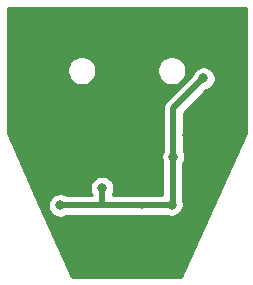
<source format=gbr>
G04 #@! TF.GenerationSoftware,KiCad,Pcbnew,5.1.5+dfsg1-2build2*
G04 #@! TF.CreationDate,2021-02-10T08:24:25+02:00*
G04 #@! TF.ProjectId,MOD-BME280_RevB,4d4f442d-424d-4453-9238-305f52657642,rev?*
G04 #@! TF.SameCoordinates,Original*
G04 #@! TF.FileFunction,Copper,L2,Bot*
G04 #@! TF.FilePolarity,Positive*
%FSLAX46Y46*%
G04 Gerber Fmt 4.6, Leading zero omitted, Abs format (unit mm)*
G04 Created by KiCad (PCBNEW 5.1.5+dfsg1-2build2) date 2021-02-10 08:24:25*
%MOMM*%
%LPD*%
G04 APERTURE LIST*
%ADD10C,0.800000*%
%ADD11C,0.508000*%
%ADD12C,0.254000*%
G04 APERTURE END LIST*
D10*
X103327200Y-82588100D03*
X109364353Y-79925753D03*
X99783900Y-84048600D03*
X111911088Y-73302310D03*
X109207300Y-83992700D03*
X111836200Y-81788000D03*
X110490000Y-78092300D03*
D11*
X106743500Y-84048600D02*
X106695307Y-84096793D01*
X103339900Y-82600800D02*
X103339900Y-84048600D01*
X109296200Y-79857600D02*
X109296200Y-83870800D01*
X109296200Y-79857600D02*
X109364353Y-79925753D01*
X106743500Y-84048600D02*
X103339900Y-84048600D01*
X103339900Y-84048600D02*
X100349585Y-84048600D01*
X109118400Y-84048600D02*
X106743500Y-84048600D01*
X109296200Y-83870800D02*
X109118400Y-84048600D01*
X100349585Y-84048600D02*
X99783900Y-84048600D01*
X109364353Y-75849045D02*
X111911088Y-73302310D01*
X109364353Y-79925753D02*
X109364353Y-75849045D01*
X110490000Y-78092300D02*
X110490000Y-80441800D01*
X110490000Y-80441800D02*
X111836200Y-81788000D01*
D12*
G36*
X115495001Y-77952606D02*
G01*
X110030925Y-90095000D01*
X100789076Y-90095000D01*
X98022323Y-83946661D01*
X98748900Y-83946661D01*
X98748900Y-84150539D01*
X98788674Y-84350498D01*
X98866695Y-84538856D01*
X98979963Y-84708374D01*
X99124126Y-84852537D01*
X99293644Y-84965805D01*
X99482002Y-85043826D01*
X99681961Y-85083600D01*
X99885839Y-85083600D01*
X100085798Y-85043826D01*
X100274156Y-84965805D01*
X100316368Y-84937600D01*
X103296233Y-84937600D01*
X103339900Y-84941901D01*
X103383567Y-84937600D01*
X106404568Y-84937600D01*
X106521033Y-84972929D01*
X106695307Y-84990093D01*
X106869581Y-84972929D01*
X106986046Y-84937600D01*
X108783905Y-84937600D01*
X108905402Y-84987926D01*
X109105361Y-85027700D01*
X109309239Y-85027700D01*
X109509198Y-84987926D01*
X109697556Y-84909905D01*
X109867074Y-84796637D01*
X110011237Y-84652474D01*
X110124505Y-84482956D01*
X110202526Y-84294598D01*
X110242300Y-84094639D01*
X110242300Y-83890761D01*
X110202526Y-83690802D01*
X110185200Y-83648974D01*
X110185200Y-80560219D01*
X110281558Y-80416009D01*
X110359579Y-80227651D01*
X110399353Y-80027692D01*
X110399353Y-79823814D01*
X110359579Y-79623855D01*
X110281558Y-79435497D01*
X110253353Y-79393285D01*
X110253353Y-76217280D01*
X112163194Y-74307440D01*
X112212986Y-74297536D01*
X112401344Y-74219515D01*
X112570862Y-74106247D01*
X112715025Y-73962084D01*
X112828293Y-73792566D01*
X112906314Y-73604208D01*
X112946088Y-73404249D01*
X112946088Y-73200371D01*
X112906314Y-73000412D01*
X112828293Y-72812054D01*
X112715025Y-72642536D01*
X112570862Y-72498373D01*
X112401344Y-72385105D01*
X112212986Y-72307084D01*
X112013027Y-72267310D01*
X111809149Y-72267310D01*
X111609190Y-72307084D01*
X111420832Y-72385105D01*
X111251314Y-72498373D01*
X111107151Y-72642536D01*
X110993883Y-72812054D01*
X110915862Y-73000412D01*
X110905958Y-73050204D01*
X108766612Y-75189551D01*
X108732695Y-75217386D01*
X108704860Y-75251303D01*
X108704858Y-75251305D01*
X108621601Y-75352754D01*
X108539051Y-75507193D01*
X108488217Y-75674771D01*
X108471053Y-75849045D01*
X108475354Y-75892715D01*
X108475353Y-79393285D01*
X108447148Y-79435497D01*
X108369127Y-79623855D01*
X108329353Y-79823814D01*
X108329353Y-80027692D01*
X108369127Y-80227651D01*
X108407200Y-80319567D01*
X108407201Y-83159600D01*
X106787159Y-83159600D01*
X106743499Y-83155300D01*
X106699839Y-83159600D01*
X104228900Y-83159600D01*
X104228900Y-83101561D01*
X104244405Y-83078356D01*
X104322426Y-82889998D01*
X104362200Y-82690039D01*
X104362200Y-82486161D01*
X104322426Y-82286202D01*
X104244405Y-82097844D01*
X104131137Y-81928326D01*
X103986974Y-81784163D01*
X103817456Y-81670895D01*
X103629098Y-81592874D01*
X103429139Y-81553100D01*
X103225261Y-81553100D01*
X103025302Y-81592874D01*
X102836944Y-81670895D01*
X102667426Y-81784163D01*
X102523263Y-81928326D01*
X102409995Y-82097844D01*
X102331974Y-82286202D01*
X102292200Y-82486161D01*
X102292200Y-82690039D01*
X102331974Y-82889998D01*
X102409995Y-83078356D01*
X102450900Y-83139575D01*
X102450900Y-83159600D01*
X100316368Y-83159600D01*
X100274156Y-83131395D01*
X100085798Y-83053374D01*
X99885839Y-83013600D01*
X99681961Y-83013600D01*
X99482002Y-83053374D01*
X99293644Y-83131395D01*
X99124126Y-83244663D01*
X98979963Y-83388826D01*
X98866695Y-83558344D01*
X98788674Y-83746702D01*
X98748900Y-83946661D01*
X98022323Y-83946661D01*
X95325000Y-77952612D01*
X95325000Y-72521585D01*
X100365000Y-72521585D01*
X100365000Y-72764859D01*
X100412460Y-73003458D01*
X100505557Y-73228214D01*
X100640713Y-73430489D01*
X100812733Y-73602509D01*
X101015008Y-73737665D01*
X101239764Y-73830762D01*
X101478363Y-73878222D01*
X101721637Y-73878222D01*
X101960236Y-73830762D01*
X102184992Y-73737665D01*
X102387267Y-73602509D01*
X102559287Y-73430489D01*
X102694443Y-73228214D01*
X102787540Y-73003458D01*
X102835000Y-72764859D01*
X102835000Y-72521585D01*
X107985000Y-72521585D01*
X107985000Y-72764859D01*
X108032460Y-73003458D01*
X108125557Y-73228214D01*
X108260713Y-73430489D01*
X108432733Y-73602509D01*
X108635008Y-73737665D01*
X108859764Y-73830762D01*
X109098363Y-73878222D01*
X109341637Y-73878222D01*
X109580236Y-73830762D01*
X109804992Y-73737665D01*
X110007267Y-73602509D01*
X110179287Y-73430489D01*
X110314443Y-73228214D01*
X110407540Y-73003458D01*
X110455000Y-72764859D01*
X110455000Y-72521585D01*
X110407540Y-72282986D01*
X110314443Y-72058230D01*
X110179287Y-71855955D01*
X110007267Y-71683935D01*
X109804992Y-71548779D01*
X109580236Y-71455682D01*
X109341637Y-71408222D01*
X109098363Y-71408222D01*
X108859764Y-71455682D01*
X108635008Y-71548779D01*
X108432733Y-71683935D01*
X108260713Y-71855955D01*
X108125557Y-72058230D01*
X108032460Y-72282986D01*
X107985000Y-72521585D01*
X102835000Y-72521585D01*
X102787540Y-72282986D01*
X102694443Y-72058230D01*
X102559287Y-71855955D01*
X102387267Y-71683935D01*
X102184992Y-71548779D01*
X101960236Y-71455682D01*
X101721637Y-71408222D01*
X101478363Y-71408222D01*
X101239764Y-71455682D01*
X101015008Y-71548779D01*
X100812733Y-71683935D01*
X100640713Y-71855955D01*
X100505557Y-72058230D01*
X100412460Y-72282986D01*
X100365000Y-72521585D01*
X95325000Y-72521585D01*
X95325000Y-67385000D01*
X115495000Y-67385000D01*
X115495001Y-77952606D01*
G37*
X115495001Y-77952606D02*
X110030925Y-90095000D01*
X100789076Y-90095000D01*
X98022323Y-83946661D01*
X98748900Y-83946661D01*
X98748900Y-84150539D01*
X98788674Y-84350498D01*
X98866695Y-84538856D01*
X98979963Y-84708374D01*
X99124126Y-84852537D01*
X99293644Y-84965805D01*
X99482002Y-85043826D01*
X99681961Y-85083600D01*
X99885839Y-85083600D01*
X100085798Y-85043826D01*
X100274156Y-84965805D01*
X100316368Y-84937600D01*
X103296233Y-84937600D01*
X103339900Y-84941901D01*
X103383567Y-84937600D01*
X106404568Y-84937600D01*
X106521033Y-84972929D01*
X106695307Y-84990093D01*
X106869581Y-84972929D01*
X106986046Y-84937600D01*
X108783905Y-84937600D01*
X108905402Y-84987926D01*
X109105361Y-85027700D01*
X109309239Y-85027700D01*
X109509198Y-84987926D01*
X109697556Y-84909905D01*
X109867074Y-84796637D01*
X110011237Y-84652474D01*
X110124505Y-84482956D01*
X110202526Y-84294598D01*
X110242300Y-84094639D01*
X110242300Y-83890761D01*
X110202526Y-83690802D01*
X110185200Y-83648974D01*
X110185200Y-80560219D01*
X110281558Y-80416009D01*
X110359579Y-80227651D01*
X110399353Y-80027692D01*
X110399353Y-79823814D01*
X110359579Y-79623855D01*
X110281558Y-79435497D01*
X110253353Y-79393285D01*
X110253353Y-76217280D01*
X112163194Y-74307440D01*
X112212986Y-74297536D01*
X112401344Y-74219515D01*
X112570862Y-74106247D01*
X112715025Y-73962084D01*
X112828293Y-73792566D01*
X112906314Y-73604208D01*
X112946088Y-73404249D01*
X112946088Y-73200371D01*
X112906314Y-73000412D01*
X112828293Y-72812054D01*
X112715025Y-72642536D01*
X112570862Y-72498373D01*
X112401344Y-72385105D01*
X112212986Y-72307084D01*
X112013027Y-72267310D01*
X111809149Y-72267310D01*
X111609190Y-72307084D01*
X111420832Y-72385105D01*
X111251314Y-72498373D01*
X111107151Y-72642536D01*
X110993883Y-72812054D01*
X110915862Y-73000412D01*
X110905958Y-73050204D01*
X108766612Y-75189551D01*
X108732695Y-75217386D01*
X108704860Y-75251303D01*
X108704858Y-75251305D01*
X108621601Y-75352754D01*
X108539051Y-75507193D01*
X108488217Y-75674771D01*
X108471053Y-75849045D01*
X108475354Y-75892715D01*
X108475353Y-79393285D01*
X108447148Y-79435497D01*
X108369127Y-79623855D01*
X108329353Y-79823814D01*
X108329353Y-80027692D01*
X108369127Y-80227651D01*
X108407200Y-80319567D01*
X108407201Y-83159600D01*
X106787159Y-83159600D01*
X106743499Y-83155300D01*
X106699839Y-83159600D01*
X104228900Y-83159600D01*
X104228900Y-83101561D01*
X104244405Y-83078356D01*
X104322426Y-82889998D01*
X104362200Y-82690039D01*
X104362200Y-82486161D01*
X104322426Y-82286202D01*
X104244405Y-82097844D01*
X104131137Y-81928326D01*
X103986974Y-81784163D01*
X103817456Y-81670895D01*
X103629098Y-81592874D01*
X103429139Y-81553100D01*
X103225261Y-81553100D01*
X103025302Y-81592874D01*
X102836944Y-81670895D01*
X102667426Y-81784163D01*
X102523263Y-81928326D01*
X102409995Y-82097844D01*
X102331974Y-82286202D01*
X102292200Y-82486161D01*
X102292200Y-82690039D01*
X102331974Y-82889998D01*
X102409995Y-83078356D01*
X102450900Y-83139575D01*
X102450900Y-83159600D01*
X100316368Y-83159600D01*
X100274156Y-83131395D01*
X100085798Y-83053374D01*
X99885839Y-83013600D01*
X99681961Y-83013600D01*
X99482002Y-83053374D01*
X99293644Y-83131395D01*
X99124126Y-83244663D01*
X98979963Y-83388826D01*
X98866695Y-83558344D01*
X98788674Y-83746702D01*
X98748900Y-83946661D01*
X98022323Y-83946661D01*
X95325000Y-77952612D01*
X95325000Y-72521585D01*
X100365000Y-72521585D01*
X100365000Y-72764859D01*
X100412460Y-73003458D01*
X100505557Y-73228214D01*
X100640713Y-73430489D01*
X100812733Y-73602509D01*
X101015008Y-73737665D01*
X101239764Y-73830762D01*
X101478363Y-73878222D01*
X101721637Y-73878222D01*
X101960236Y-73830762D01*
X102184992Y-73737665D01*
X102387267Y-73602509D01*
X102559287Y-73430489D01*
X102694443Y-73228214D01*
X102787540Y-73003458D01*
X102835000Y-72764859D01*
X102835000Y-72521585D01*
X107985000Y-72521585D01*
X107985000Y-72764859D01*
X108032460Y-73003458D01*
X108125557Y-73228214D01*
X108260713Y-73430489D01*
X108432733Y-73602509D01*
X108635008Y-73737665D01*
X108859764Y-73830762D01*
X109098363Y-73878222D01*
X109341637Y-73878222D01*
X109580236Y-73830762D01*
X109804992Y-73737665D01*
X110007267Y-73602509D01*
X110179287Y-73430489D01*
X110314443Y-73228214D01*
X110407540Y-73003458D01*
X110455000Y-72764859D01*
X110455000Y-72521585D01*
X110407540Y-72282986D01*
X110314443Y-72058230D01*
X110179287Y-71855955D01*
X110007267Y-71683935D01*
X109804992Y-71548779D01*
X109580236Y-71455682D01*
X109341637Y-71408222D01*
X109098363Y-71408222D01*
X108859764Y-71455682D01*
X108635008Y-71548779D01*
X108432733Y-71683935D01*
X108260713Y-71855955D01*
X108125557Y-72058230D01*
X108032460Y-72282986D01*
X107985000Y-72521585D01*
X102835000Y-72521585D01*
X102787540Y-72282986D01*
X102694443Y-72058230D01*
X102559287Y-71855955D01*
X102387267Y-71683935D01*
X102184992Y-71548779D01*
X101960236Y-71455682D01*
X101721637Y-71408222D01*
X101478363Y-71408222D01*
X101239764Y-71455682D01*
X101015008Y-71548779D01*
X100812733Y-71683935D01*
X100640713Y-71855955D01*
X100505557Y-72058230D01*
X100412460Y-72282986D01*
X100365000Y-72521585D01*
X95325000Y-72521585D01*
X95325000Y-67385000D01*
X115495000Y-67385000D01*
X115495001Y-77952606D01*
M02*

</source>
